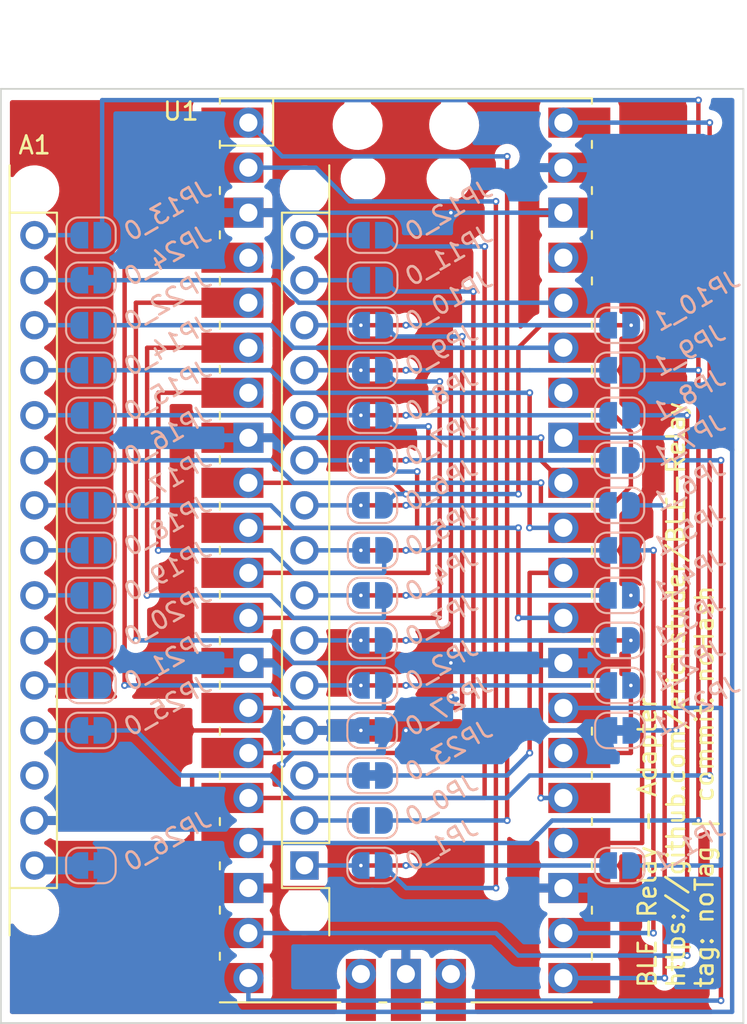
<source format=kicad_pcb>
(kicad_pcb (version 20211014) (generator pcbnew)
  (title_block (title "Adapter") (comment 1 "${PROJECT}") (comment 2 "${PROJECT-URL}") (comment 3 "${GIT-COMMIT-HASH}") (comment 4 "${GIT-COMMIT-TAG}"))
  (layers (0 "F.Cu" signal) (31 "B.Cu" signal) (34 "B.Paste" user) (35 "F.Paste" user) (36 "B.SilkS" user "B.Silkscreen") (37 "F.SilkS" user "F.Silkscreen") (38 "B.Mask" user) (39 "F.Mask" user) (44 "Edge.Cuts" user))
  (property "GIT-COMMIT-HASH" "noHash")
  (property "GIT-COMMIT-TAG" "noTag")
  (property "PROJECT" "BLE-Relay - Adapter")
  (property "PROJECT-URL" "https://github.com/erichstuder/BLE-Relay")
  (net 0 "")
  (net 1 "/GPIO1")
  (net 2 "/GPIO0")
  (net 3 "GND")
  (net 4 "/GPIO2")
  (net 5 "/GPIO3")
  (net 6 "/GPIO4")
  (net 7 "/GPIO5")
  (net 8 "/GPIO6")
  (net 9 "/GPIO7")
  (net 10 "/GPIO8")
  (net 11 "/GPIO9")
  (net 12 "/GPIO10")
  (net 13 "/GPIO11")
  (net 14 "/GPIO12")
  (net 15 "/GPIO13")
  (net 16 "/GPIO26_ADC0")
  (net 17 "/GPIO27_ADC1")
  (net 18 "/GPIO14")
  (net 19 "/GPIO15")
  (net 20 "/GPIO16")
  (net 21 "/GPIO17")
  (net 22 "/GPIO18")
  (net 23 "/GPIO19")
  (net 24 "/GPIO20")
  (net 25 "/GPIO21")
  (net 26 "/GPIO22")
  (net 27 "/RUN")
  (net 28 "/GPIO28_ADC2")
  (net 29 "/ADC_VREF")
  (net 30 "/3V3")
  (net 31 "/VSYS")
  (net 32 "/VBUS")
  (net 33 "/D0{slash}RX")
  (net 34 "/D1{slash}TX")
  (net 35 "/~{RESET}")
  (net 36 "/D2")
  (net 37 "/D3")
  (net 38 "/D4")
  (net 39 "/D5")
  (net 40 "/D6")
  (net 41 "/D7")
  (net 42 "/D8")
  (net 43 "/D9")
  (net 44 "/D10")
  (net 45 "/D11")
  (net 46 "/D12")
  (net 47 "/D13")
  (net 48 "/A0")
  (net 49 "/A1")
  (net 50 "/A2")
  (net 51 "/A3")
  (net 52 "/A4")
  (net 53 "/A5")
  (net 54 "/A6")
  (net 55 "/A7")
  (net 56 "/+5V")
  (net 57 "/VIN")
  (net 58 "/AGND")
  (net 59 "/AREF")
  (net 63 "/3V3_pico")
  (net 64 "/GND_pico")
  (footprint "MCU_RaspberryPi_and_Boards:RPi_Pico_SMD_TH" (layer "F.Cu") (at 153.67 107.315)
    (fp_text reference "U1")
    (fp_text value "Pico")
  )
  (footprint "Module:Arduino_Nano_WithMountingHoles" (layer "F.Cu") (at 147.945 125.095 180)
    (fp_text reference "A1")
    (fp_text value "Arduino_Nano_v3.x" hide)
  )
  (footprint "Jumper:SolderJumper-2_P1.3mm_Open_RoundedPad1.0x1.5mm" (layer "B.Cu") (at 151.78 102.235)
    (fp_text reference "JP7_0")
    (fp_text value "SolderJumper_2_Open" hide)
  )
  (footprint "Jumper:SolderJumper-2_P1.3mm_Open_RoundedPad1.0x1.5mm" (layer "B.Cu") (at 165.72 104.775)
    (fp_text reference "JP6_1")
    (fp_text value "SolderJumper_2_Open" hide)
  )
  (footprint "Jumper:SolderJumper-2_P1.3mm_Open_RoundedPad1.0x1.5mm" (layer "B.Cu") (at 135.905 107.315)
    (fp_text reference "JP18_0")
    (fp_text value "SolderJumper_2_Open" hide)
  )
  (footprint "Jumper:SolderJumper-2_P1.3mm_Open_RoundedPad1.0x1.5mm" (layer "B.Cu") (at 151.795 92.075)
    (fp_text reference "JP11_0")
    (fp_text value "SolderJumper_2_Open" hide)
  )
  (footprint "Jumper:SolderJumper-2_P1.3mm_Bridged_RoundedPad1.0x1.5mm" (layer "B.Cu") (at 165.75 117.475)
    (fp_text reference "JP27_1")
    (fp_text value "SolderJumper_2_Bridged" hide)
  )
  (footprint "Jumper:SolderJumper-2_P1.3mm_Open_RoundedPad1.0x1.5mm" (layer "B.Cu") (at 165.735 97.155)
    (fp_text reference "JP9_1")
    (fp_text value "SolderJumper_2_Open" hide)
  )
  (footprint "Jumper:SolderJumper-2_P1.3mm_Open_RoundedPad1.0x1.5mm" (layer "B.Cu") (at 135.905 104.775)
    (fp_text reference "JP17_0")
    (fp_text value "SolderJumper_2_Open" hide)
  )
  (footprint "Jumper:SolderJumper-2_P1.3mm_Open_RoundedPad1.0x1.5mm" (layer "B.Cu") (at 151.765 112.395)
    (fp_text reference "JP3_0")
    (fp_text value "SolderJumper_2_Open" hide)
  )
  (footprint "Jumper:SolderJumper-2_P1.3mm_Open_RoundedPad1.0x1.5mm" (layer "B.Cu") (at 151.78 114.935)
    (fp_text reference "JP2_0")
    (fp_text value "SolderJumper_2_Open" hide)
  )
  (footprint "Jumper:SolderJumper-2_P1.3mm_Bridged_RoundedPad1.0x1.5mm" (layer "B.Cu") (at 135.89 92.075)
    (fp_text reference "JP24_0")
    (fp_text value "SolderJumper_2_Bridged" hide)
  )
  (footprint "Jumper:SolderJumper-2_P1.3mm_Open_RoundedPad1.0x1.5mm" (layer "B.Cu") (at 165.72 109.855)
    (fp_text reference "JP4_1")
    (fp_text value "SolderJumper_2_Open" hide)
  )
  (footprint "Jumper:SolderJumper-2_P1.3mm_Open_RoundedPad1.0x1.5mm" (layer "B.Cu") (at 151.765 125.095)
    (fp_text reference "JP1_0")
    (fp_text value "SolderJumper_2_Open" hide)
  )
  (footprint "Jumper:SolderJumper-2_P1.3mm_Bridged_RoundedPad1.0x1.5mm" (layer "B.Cu") (at 151.765 117.475)
    (fp_text reference "JP27_0")
    (fp_text value "SolderJumper_2_Bridged" hide)
  )
  (footprint "Jumper:SolderJumper-2_P1.3mm_Open_RoundedPad1.0x1.5mm" (layer "B.Cu") (at 165.735 107.315)
    (fp_text reference "JP5_1")
    (fp_text value "SolderJumper_2_Open" hide)
  )
  (footprint "Jumper:SolderJumper-2_P1.3mm_Open_RoundedPad1.0x1.5mm" (layer "B.Cu") (at 165.72 112.395)
    (fp_text reference "JP3_1")
    (fp_text value "SolderJumper_2_Open" hide)
  )
  (footprint "Jumper:SolderJumper-2_P1.3mm_Open_RoundedPad1.0x1.5mm" (layer "B.Cu") (at 151.78 89.535)
    (fp_text reference "JP12_0")
    (fp_text value "SolderJumper_2_Open" hide)
  )
  (footprint "Jumper:SolderJumper-2_P1.3mm_Open_RoundedPad1.0x1.5mm" (layer "B.Cu") (at 151.78 104.775)
    (fp_text reference "JP6_0")
    (fp_text value "SolderJumper_2_Open" hide)
  )
  (footprint "Jumper:SolderJumper-2_P1.3mm_Open_RoundedPad1.0x1.5mm" (layer "B.Cu") (at 151.795 94.615)
    (fp_text reference "JP10_0")
    (fp_text value "SolderJumper_2_Open" hide)
  )
  (footprint "Jumper:SolderJumper-2_P1.3mm_Open_RoundedPad1.0x1.5mm" (layer "B.Cu") (at 151.78 122.555)
    (fp_text reference "JP0_0")
    (fp_text value "SolderJumper_2_Open" hide)
  )
  (footprint "Jumper:SolderJumper-2_P1.3mm_Bridged_RoundedPad1.0x1.5mm" (layer "B.Cu") (at 135.89 117.475)
    (fp_text reference "JP25_0")
    (fp_text value "SolderJumper_2_Bridged" hide)
  )
  (footprint "Jumper:SolderJumper-2_P1.3mm_Open_RoundedPad1.0x1.5mm" (layer "B.Cu") (at 135.89 97.155)
    (fp_text reference "JP14_0")
    (fp_text value "SolderJumper_2_Open" hide)
  )
  (footprint "Jumper:SolderJumper-2_P1.3mm_Open_RoundedPad1.0x1.5mm" (layer "B.Cu") (at 135.905 99.695)
    (fp_text reference "JP15_0")
    (fp_text value "SolderJumper_2_Open" hide)
  )
  (footprint "Jumper:SolderJumper-2_P1.3mm_Bridged_RoundedPad1.0x1.5mm" (layer "B.Cu") (at 135.89 125.095)
    (fp_text reference "JP26_0")
    (fp_text value "SolderJumper_2_Bridged" hide)
  )
  (footprint "Jumper:SolderJumper-2_P1.3mm_Open_RoundedPad1.0x1.5mm" (layer "B.Cu") (at 151.795 99.695)
    (fp_text reference "JP8_0")
    (fp_text value "SolderJumper_2_Open" hide)
  )
  (footprint "Jumper:SolderJumper-2_P1.3mm_Open_RoundedPad1.0x1.5mm" (layer "B.Cu") (at 165.735 94.615)
    (fp_text reference "JP10_1")
    (fp_text value "SolderJumper_2_Open" hide)
  )
  (footprint "Jumper:SolderJumper-2_P1.3mm_Open_RoundedPad1.0x1.5mm" (layer "B.Cu") (at 151.795 107.315)
    (fp_text reference "JP5_0")
    (fp_text value "SolderJumper_2_Open" hide)
  )
  (footprint "Jumper:SolderJumper-2_P1.3mm_Open_RoundedPad1.0x1.5mm" (layer "B.Cu") (at 135.89 94.615)
    (fp_text reference "JP22_0")
    (fp_text value "SolderJumper_2_Open" hide)
  )
  (footprint "Jumper:SolderJumper-2_P1.3mm_Open_RoundedPad1.0x1.5mm" (layer "B.Cu") (at 135.89 89.535)
    (fp_text reference "JP13_0")
    (fp_text value "SolderJumper_2_Open" hide)
  )
  (footprint "Jumper:SolderJumper-2_P1.3mm_Open_RoundedPad1.0x1.5mm" (layer "B.Cu") (at 165.735 114.935)
    (fp_text reference "JP2_1")
    (fp_text value "SolderJumper_2_Open" hide)
  )
  (footprint "Jumper:SolderJumper-2_P1.3mm_Open_RoundedPad1.0x1.5mm" (layer "B.Cu") (at 135.89 109.855)
    (fp_text reference "JP19_0")
    (fp_text value "SolderJumper_2_Open" hide)
  )
  (footprint "Jumper:SolderJumper-2_P1.3mm_Open_RoundedPad1.0x1.5mm" (layer "B.Cu") (at 165.72 102.235)
    (fp_text reference "JP7_1")
    (fp_text value "SolderJumper_2_Open" hide)
  )
  (footprint "Jumper:SolderJumper-2_P1.3mm_Open_RoundedPad1.0x1.5mm" (layer "B.Cu") (at 135.89 114.935)
    (fp_text reference "JP21_0")
    (fp_text value "SolderJumper_2_Open" hide)
  )
  (footprint "Jumper:SolderJumper-2_P1.3mm_Open_RoundedPad1.0x1.5mm" (layer "B.Cu") (at 135.89 102.235)
    (fp_text reference "JP16_0")
    (fp_text value "SolderJumper_2_Open" hide)
  )
  (footprint "Jumper:SolderJumper-2_P1.3mm_Open_RoundedPad1.0x1.5mm" (layer "B.Cu") (at 165.735 99.695)
    (fp_text reference "JP8_1")
    (fp_text value "SolderJumper_2_Open" hide)
  )
  (footprint "Jumper:SolderJumper-2_P1.3mm_Open_RoundedPad1.0x1.5mm" (layer "B.Cu") (at 151.78 97.155)
    (fp_text reference "JP9_0")
    (fp_text value "SolderJumper_2_Open" hide)
  )
  (footprint "Jumper:SolderJumper-2_P1.3mm_Open_RoundedPad1.0x1.5mm" (layer "B.Cu") (at 135.89 112.395)
    (fp_text reference "JP20_0")
    (fp_text value "SolderJumper_2_Open" hide)
  )
  (footprint "Jumper:SolderJumper-2_P1.3mm_Bridged_RoundedPad1.0x1.5mm" (layer "B.Cu") (at 151.78 120.015)
    (fp_text reference "JP23_0")
    (fp_text value "SolderJumper_2_Bridged" hide)
  )
  (footprint "Jumper:SolderJumper-2_P1.3mm_Open_RoundedPad1.0x1.5mm" (layer "B.Cu") (at 151.78 109.855)
    (fp_text reference "JP4_0")
    (fp_text value "SolderJumper_2_Open" hide)
  )
  (footprint "Jumper:SolderJumper-2_P1.3mm_Open_RoundedPad1.0x1.5mm" (layer "B.Cu") (at 165.735 125.095)
    (fp_text reference "JP1_1")
    (fp_text value "SolderJumper_2_Open" hide)
  )
  (gr_line (start 172.72 133.985) (end 130.81 133.985) (layer "Edge.Cuts") (width 0.1))
  (gr_line (start 172.72 81.28) (end 172.72 133.985) (layer "Edge.Cuts") (width 0.1))
  (gr_line (start 130.81 81.28) (end 172.72 81.28) (layer "Edge.Cuts") (width 0.1))
  (gr_line (start 130.81 133.985) (end 130.81 81.28) (layer "Edge.Cuts") (width 0.1))
  (gr_text "${PROJECT}\n${PROJECT-URL}\ntag: ${GIT-COMMIT-TAG} | commit: ${GIT-COMMIT-HASH}" (at 168.91 132.08 90) (layer "F.SilkS") (effects (font (size 1 1)) (justify left)))
  (segment (start 158.75 87.63) (end 158.75 126.365) (width 0.25) (layer "F.Cu") (net 1))
  (via (at 158.75 126.365) (size 0.4) (drill 0.2) (layers "F.Cu" "B.Cu") (net 1))
  (via (at 158.75 87.63) (size 0.4) (drill 0.2) (layers "F.Cu" "B.Cu") (net 1))
  (segment (start 148.59 85.725) (end 144.78 85.725) (width 0.25) (layer "B.Cu") (net 1))
  (segment (start 158.75 87.63) (end 150.495 87.63) (width 0.25) (layer "B.Cu") (net 1))
  (segment (start 158.75 126.365) (end 153.685 126.365) (width 0.25) (layer "B.Cu") (net 1))
  (segment (start 153.685 126.365) (end 152.415 125.095) (width 0.25) (layer "B.Cu") (net 1))
  (segment (start 150.495 87.63) (end 148.59 85.725) (width 0.25) (layer "B.Cu") (net 1))
  (segment (start 159.385 85.09) (end 159.385 122.555) (width 0.25) (layer "F.Cu") (net 2))
  (via (at 159.385 85.09) (size 0.4) (drill 0.2) (layers "F.Cu" "B.Cu") (net 2))
  (via (at 159.385 122.555) (size 0.4) (drill 0.2) (layers "F.Cu" "B.Cu") (net 2))
  (segment (start 159.385 122.555) (end 152.43 122.555) (width 0.25) (layer "B.Cu") (net 2))
  (segment (start 146.685 85.09) (end 144.78 83.185) (width 0.25) (layer "B.Cu") (net 2))
  (segment (start 159.385 85.09) (end 146.685 85.09) (width 0.25) (layer "B.Cu") (net 2))
  (segment (start 153.67 117.475) (end 151.13 117.475) (width 0.25) (layer "F.Cu") (net 3))
  (segment (start 136.2025 122.555) (end 132.705 122.555) (width 0.25) (layer "F.Cu") (net 3))
  (segment (start 141.2825 117.475) (end 136.2025 122.555) (width 0.25) (layer "F.Cu") (net 3))
  (segment (start 147.945 117.475) (end 141.2825 117.475) (width 0.25) (layer "F.Cu") (net 3))
  (via (at 151.13 117.475) (size 0.4) (drill 0.2) (layers "F.Cu" "B.Cu") (net 3))
  (via (at 153.67 117.475) (size 0.4) (drill 0.2) (layers "F.Cu" "B.Cu") (net 3))
  (segment (start 147.945 117.475) (end 151.13 117.475) (width 0.25) (layer "B.Cu") (net 3))
  (segment (start 160.655 117.475) (end 153.67 117.475) (width 0.25) (layer "B.Cu") (net 3))
  (segment (start 160.655 117.475) (end 165.1 117.475) (width 0.25) (layer "B.Cu") (net 3))
  (segment (start 151.13 117.475) (end 151.115 117.475) (width 0.25) (layer "B.Cu") (net 3))
  (segment (start 137.795 114.935) (end 137.795 90.805) (width 0.25) (layer "F.Cu") (net 4))
  (segment (start 137.795 90.805) (end 144.78 90.805) (width 0.25) (layer "F.Cu") (net 4))
  (via (at 137.795 114.935) (size 0.4) (drill 0.2) (layers "F.Cu" "B.Cu") (net 4))
  (segment (start 137.795 114.935) (end 146.05 114.935) (width 0.25) (layer "B.Cu") (net 4))
  (segment (start 147.32 116.205) (end 152.4 116.205) (width 0.25) (layer "B.Cu") (net 4))
  (segment (start 152.4 116.205) (end 152.43 116.175) (width 0.25) (layer "B.Cu") (net 4))
  (segment (start 152.43 116.175) (end 152.43 114.935) (width 0.25) (layer "B.Cu") (net 4))
  (segment (start 146.05 114.935) (end 147.32 116.205) (width 0.25) (layer "B.Cu") (net 4))
  (segment (start 138.43 112.395) (end 138.43 93.345) (width 0.25) (layer "F.Cu") (net 5))
  (segment (start 138.43 93.345) (end 144.78 93.345) (width 0.25) (layer "F.Cu") (net 5))
  (via (at 138.43 112.395) (size 0.4) (drill 0.2) (layers "F.Cu" "B.Cu") (net 5))
  (segment (start 152.4 113.665) (end 152.415 113.65) (width 0.25) (layer "B.Cu") (net 5))
  (segment (start 138.43 112.395) (end 146.05 112.395) (width 0.25) (layer "B.Cu") (net 5))
  (segment (start 147.32 113.665) (end 152.4 113.665) (width 0.25) (layer "B.Cu") (net 5))
  (segment (start 146.05 112.395) (end 147.32 113.665) (width 0.25) (layer "B.Cu") (net 5))
  (segment (start 152.415 113.65) (end 152.415 112.395) (width 0.25) (layer "B.Cu") (net 5))
  (segment (start 139.065 109.855) (end 139.065 95.885) (width 0.25) (layer "F.Cu") (net 6))
  (segment (start 139.065 95.885) (end 144.78 95.885) (width 0.25) (layer "F.Cu") (net 6))
  (via (at 139.065 109.855) (size 0.4) (drill 0.2) (layers "F.Cu" "B.Cu") (net 6))
  (segment (start 139.065 109.855) (end 146.05 109.855) (width 0.25) (layer "B.Cu") (net 6))
  (segment (start 147.32 111.125) (end 152.4 111.125) (width 0.25) (layer "B.Cu") (net 6))
  (segment (start 152.43 111.095) (end 152.43 109.855) (width 0.25) (layer "B.Cu") (net 6))
  (segment (start 146.05 109.855) (end 147.32 111.125) (width 0.25) (layer "B.Cu") (net 6))
  (segment (start 152.4 111.125) (end 152.43 111.095) (width 0.25) (layer "B.Cu") (net 6))
  (segment (start 139.7 107.315) (end 139.7 98.425) (width 0.25) (layer "F.Cu") (net 7))
  (segment (start 139.7 98.425) (end 144.78 98.425) (width 0.25) (layer "F.Cu") (net 7))
  (via (at 139.7 107.315) (size 0.4) (drill 0.2) (layers "F.Cu" "B.Cu") (net 7))
  (segment (start 147.32 108.585) (end 152.4 108.585) (width 0.25) (layer "B.Cu") (net 7))
  (segment (start 152.445 108.54) (end 152.445 107.315) (width 0.25) (layer "B.Cu") (net 7))
  (segment (start 152.4 108.585) (end 152.445 108.54) (width 0.25) (layer "B.Cu") (net 7))
  (segment (start 146.05 107.315) (end 147.32 108.585) (width 0.25) (layer "B.Cu") (net 7))
  (segment (start 139.7 107.315) (end 146.05 107.315) (width 0.25) (layer "B.Cu") (net 7))
  (segment (start 161.29 94.615) (end 166.385 94.615) (width 0.25) (layer "F.Cu") (net 8))
  (segment (start 153.035 103.505) (end 153.67 104.14) (width 0.25) (layer "F.Cu") (net 8))
  (segment (start 160.02 104.14) (end 160.02 95.885) (width 0.25) (layer "F.Cu") (net 8))
  (segment (start 144.78 103.505) (end 153.035 103.505) (width 0.25) (layer "F.Cu") (net 8))
  (segment (start 160.02 95.885) (end 161.29 94.615) (width 0.25) (layer "F.Cu") (net 8))
  (via (at 160.02 104.14) (size 0.4) (drill 0.2) (layers "F.Cu" "B.Cu") (net 8))
  (via (at 166.385 94.615) (size 0.4) (drill 0.2) (layers "F.Cu" "B.Cu") (net 8))
  (via (at 153.67 104.14) (size 0.4) (drill 0.2) (layers "F.Cu" "B.Cu") (net 8))
  (segment (start 153.065 104.14) (end 152.43 104.775) (width 0.25) (layer "B.Cu") (net 8))
  (segment (start 153.67 104.14) (end 160.02 104.14) (width 0.25) (layer "B.Cu") (net 8))
  (segment (start 153.67 104.14) (end 153.065 104.14) (width 0.25) (layer "B.Cu") (net 8))
  (segment (start 154.305 102.87) (end 154.305 106.045) (width 0.25) (layer "F.Cu") (net 9))
  (segment (start 154.305 106.045) (end 144.78 106.045) (width 0.25) (layer "F.Cu") (net 9))
  (via (at 154.305 102.87) (size 0.4) (drill 0.2) (layers "F.Cu" "B.Cu") (net 9))
  (segment (start 154.305 102.87) (end 153.065 102.87) (width 0.25) (layer "B.Cu") (net 9))
  (segment (start 153.065 102.87) (end 152.43 102.235) (width 0.25) (layer "B.Cu") (net 9))
  (segment (start 154.94 100.33) (end 154.94 108.585) (width 0.25) (layer "F.Cu") (net 10))
  (segment (start 154.94 108.585) (end 144.78 108.585) (width 0.25) (layer "F.Cu") (net 10))
  (via (at 154.94 100.33) (size 0.4) (drill 0.2) (layers "F.Cu" "B.Cu") (net 10))
  (segment (start 154.94 100.33) (end 153.08 100.33) (width 0.25) (layer "B.Cu") (net 10))
  (segment (start 153.08 100.33) (end 152.445 99.695) (width 0.25) (layer "B.Cu") (net 10))
  (segment (start 155.575 111.125) (end 144.78 111.125) (width 0.25) (layer "F.Cu") (net 11))
  (segment (start 155.575 97.79) (end 155.575 111.125) (width 0.25) (layer "F.Cu") (net 11))
  (via (at 155.575 97.79) (size 0.4) (drill 0.2) (layers "F.Cu" "B.Cu") (net 11))
  (segment (start 155.575 97.79) (end 153.065 97.79) (width 0.25) (layer "B.Cu") (net 11))
  (segment (start 153.065 97.79) (end 152.43 97.155) (width 0.25) (layer "B.Cu") (net 11))
  (segment (start 156.845 116.205) (end 144.78 116.205) (width 0.25) (layer "F.Cu") (net 12))
  (segment (start 156.845 95.25) (end 156.845 116.205) (width 0.25) (layer "F.Cu") (net 12))
  (via (at 156.845 95.25) (size 0.4) (drill 0.2) (layers "F.Cu" "B.Cu") (net 12))
  (segment (start 153.08 95.25) (end 152.445 94.615) (width 0.25) (layer "B.Cu") (net 12))
  (segment (start 156.845 95.25) (end 153.08 95.25) (width 0.25) (layer "B.Cu") (net 12))
  (segment (start 157.48 118.745) (end 144.78 118.745) (width 0.25) (layer "F.Cu") (net 13))
  (segment (start 157.48 92.71) (end 157.48 118.745) (width 0.25) (layer "F.Cu") (net 13))
  (via (at 157.48 92.71) (size 0.4) (drill 0.2) (layers "F.Cu" "B.Cu") (net 13))
  (segment (start 157.48 92.71) (end 153.08 92.71) (width 0.25) (layer "B.Cu") (net 13))
  (segment (start 153.08 92.71) (end 152.445 92.075) (width 0.25) (layer "B.Cu") (net 13))
  (segment (start 158.115 90.17) (end 158.115 121.285) (width 0.25) (layer "F.Cu") (net 14))
  (segment (start 158.115 121.285) (end 144.78 121.285) (width 0.25) (layer "F.Cu") (net 14))
  (via (at 158.115 90.17) (size 0.4) (drill 0.2) (layers "F.Cu" "B.Cu") (net 14))
  (segment (start 158.115 90.17) (end 153.065 90.17) (width 0.25) (layer "B.Cu") (net 14))
  (segment (start 153.065 90.17) (end 152.43 89.535) (width 0.25) (layer "B.Cu") (net 14))
  (segment (start 170.18 97.155) (end 170.18 81.915) (width 0.25) (layer "F.Cu") (net 15))
  (segment (start 170.18 122.555) (end 170.18 97.155) (width 0.25) (layer "F.Cu") (net 15))
  (via (at 170.18 81.915) (size 0.4) (drill 0.2) (layers "F.Cu" "B.Cu") (net 15))
  (via (at 170.18 122.555) (size 0.4) (drill 0.2) (layers "F.Cu" "B.Cu") (net 15))
  (via (at 170.18 97.155) (size 0.4) (drill 0.2) (layers "F.Cu" "B.Cu") (net 15))
  (segment (start 170.18 97.155) (end 166.385 97.155) (width 0.25) (layer "B.Cu") (net 15))
  (segment (start 170.18 122.555) (end 161.925 122.555) (width 0.25) (layer "B.Cu") (net 15))
  (segment (start 136.525 89.52) (end 136.54 89.535) (width 0.25) (layer "B.Cu") (net 15))
  (segment (start 170.18 81.915) (end 136.525 81.915) (width 0.25) (layer "B.Cu") (net 15))
  (segment (start 160.655 123.825) (end 144.78 123.825) (width 0.25) (layer "B.Cu") (net 15))
  (segment (start 161.925 122.555) (end 160.655 123.825) (width 0.25) (layer "B.Cu") (net 15))
  (segment (start 136.525 81.915) (end 136.525 89.52) (width 0.25) (layer "B.Cu") (net 15))
  (segment (start 160.655 98.425) (end 160.655 106.045) (width 0.25) (layer "F.Cu") (net 16))
  (via (at 160.655 98.425) (size 0.4) (drill 0.2) (layers "F.Cu" "B.Cu") (net 16))
  (via (at 160.655 106.045) (size 0.4) (drill 0.2) (layers "F.Cu" "B.Cu") (net 16))
  (segment (start 147.32 98.425) (end 146.05 97.155) (width 0.25) (layer "B.Cu") (net 16))
  (segment (start 160.655 98.425) (end 147.32 98.425) (width 0.25) (layer "B.Cu") (net 16))
  (segment (start 146.05 97.155) (end 136.54 97.155) (width 0.25) (layer "B.Cu") (net 16))
  (segment (start 160.655 106.045) (end 162.56 106.045) (width 0.25) (layer "B.Cu") (net 16))
  (segment (start 162.56 103.505) (end 161.29 102.235) (width 0.25) (layer "F.Cu") (net 17))
  (segment (start 161.29 100.965) (end 161.29 102.235) (width 0.25) (layer "F.Cu") (net 17))
  (via (at 161.29 100.965) (size 0.4) (drill 0.2) (layers "F.Cu" "B.Cu") (net 17))
  (segment (start 161.29 100.965) (end 147.32 100.965) (width 0.25) (layer "B.Cu") (net 17))
  (segment (start 147.32 100.965) (end 146.05 99.695) (width 0.25) (layer "B.Cu") (net 17))
  (segment (start 146.05 99.695) (end 136.555 99.695) (width 0.25) (layer "B.Cu") (net 17))
  (segment (start 169.545 130.175) (end 169.545 99.695) (width 0.25) (layer "F.Cu") (net 18))
  (via (at 169.545 130.175) (size 0.4) (drill 0.2) (layers "F.Cu" "B.Cu") (net 18))
  (via (at 169.545 99.695) (size 0.4) (drill 0.2) (layers "F.Cu" "B.Cu") (net 18))
  (segment (start 169.545 99.695) (end 166.385 99.695) (width 0.25) (layer "B.Cu") (net 18))
  (segment (start 158.75 128.905) (end 144.78 128.905) (width 0.25) (layer "B.Cu") (net 18))
  (segment (start 160.02 130.175) (end 158.75 128.905) (width 0.25) (layer "B.Cu") (net 18))
  (segment (start 169.545 130.175) (end 160.02 130.175) (width 0.25) (layer "B.Cu") (net 18))
  (segment (start 171.45 102.235) (end 171.45 132.715) (width 0.25) (layer "F.Cu") (net 19))
  (via (at 171.45 132.715) (size 0.4) (drill 0.2) (layers "F.Cu" "B.Cu") (net 19))
  (via (at 171.45 102.235) (size 0.4) (drill 0.2) (layers "F.Cu" "B.Cu") (net 19))
  (segment (start 171.45 102.235) (end 166.37 102.235) (width 0.25) (layer "B.Cu") (net 19))
  (segment (start 144.78 132.715) (end 144.78 131.445) (width 0.25) (layer "B.Cu") (net 19))
  (segment (start 171.45 132.715) (end 144.78 132.715) (width 0.25) (layer "B.Cu") (net 19))
  (segment (start 168.275 104.775) (end 168.275 131.445) (width 0.25) (layer "F.Cu") (net 20))
  (via (at 168.275 104.775) (size 0.4) (drill 0.2) (layers "F.Cu" "B.Cu") (net 20))
  (via (at 168.275 131.445) (size 0.4) (drill 0.2) (layers "F.Cu" "B.Cu") (net 20))
  (segment (start 168.275 131.445) (end 162.56 131.445) (width 0.25) (layer "B.Cu") (net 20))
  (segment (start 166.37 104.775) (end 168.275 104.775) (width 0.25) (layer "B.Cu") (net 20))
  (segment (start 167.64 107.315) (end 167.64 128.905) (width 0.25) (layer "F.Cu") (net 21))
  (via (at 167.64 107.315) (size 0.4) (drill 0.2) (layers "F.Cu" "B.Cu") (net 21))
  (via (at 167.64 128.905) (size 0.4) (drill 0.2) (layers "F.Cu" "B.Cu") (net 21))
  (segment (start 167.64 128.905) (end 162.56 128.905) (width 0.25) (layer "B.Cu") (net 21))
  (segment (start 166.385 107.315) (end 167.64 107.315) (width 0.25) (layer "B.Cu") (net 21))
  (segment (start 162.56 123.825) (end 167.005 123.825) (width 0.25) (layer "F.Cu") (net 22))
  (segment (start 167.005 110.49) (end 166.37 109.855) (width 0.25) (layer "F.Cu") (net 22))
  (segment (start 167.005 123.825) (end 167.005 110.49) (width 0.25) (layer "F.Cu") (net 22))
  (via (at 166.37 109.855) (size 0.4) (drill 0.2) (layers "F.Cu" "B.Cu") (net 22))
  (segment (start 161.29 121.285) (end 161.29 112.395) (width 0.25) (layer "F.Cu") (net 23))
  (segment (start 161.29 112.395) (end 166.37 112.395) (width 0.25) (layer "F.Cu") (net 23))
  (via (at 161.29 121.285) (size 0.4) (drill 0.2) (layers "F.Cu" "B.Cu") (net 23))
  (via (at 166.37 112.395) (size 0.4) (drill 0.2) (layers "F.Cu" "B.Cu") (net 23))
  (segment (start 162.56 121.285) (end 161.29 121.285) (width 0.25) (layer "B.Cu") (net 23))
  (segment (start 166.37 114.935) (end 166.37 118.745) (width 0.25) (layer "F.Cu") (net 24))
  (segment (start 166.37 118.745) (end 162.56 118.745) (width 0.25) (layer "F.Cu") (net 24))
  (via (at 166.37 114.935) (size 0.4) (drill 0.2) (layers "F.Cu" "B.Cu") (net 24))
  (segment (start 166.385 125.095) (end 171.45 125.095) (width 0.25) (layer "B.Cu") (net 25))
  (segment (start 171.45 116.205) (end 162.56 116.205) (width 0.25) (layer "B.Cu") (net 25))
  (segment (start 171.45 125.095) (end 171.45 116.205) (width 0.25) (layer "B.Cu") (net 25))
  (segment (start 160.02 111.125) (end 160.02 106.045) (width 0.25) (layer "F.Cu") (net 26))
  (via (at 160.02 106.045) (size 0.4) (drill 0.2) (layers "F.Cu" "B.Cu") (net 26))
  (via (at 160.02 111.125) (size 0.4) (drill 0.2) (layers "F.Cu" "B.Cu") (net 26))
  (segment (start 160.02 106.045) (end 147.32 106.045) (width 0.25) (layer "B.Cu") (net 26))
  (segment (start 160.02 111.125) (end 162.56 111.125) (width 0.25) (layer "B.Cu") (net 26))
  (segment (start 147.32 106.045) (end 146.05 104.775) (width 0.25) (layer "B.Cu") (net 26))
  (segment (start 146.05 104.775) (end 136.555 104.775) (width 0.25) (layer "B.Cu") (net 26))
  (segment (start 160.655 118.745) (end 160.655 108.585) (width 0.25) (layer "F.Cu") (net 27))
  (segment (start 160.655 108.585) (end 162.56 108.585) (width 0.25) (layer "F.Cu") (net 27))
  (via (at 160.655 118.745) (size 0.4) (drill 0.2) (layers "F.Cu" "B.Cu") (net 27))
  (segment (start 152.43 120.015) (end 159.385 120.015) (width 0.25) (layer "B.Cu") (net 27))
  (segment (start 159.385 120.015) (end 160.655 118.745) (width 0.25) (layer "B.Cu") (net 27))
  (segment (start 161.29 104.775) (end 165.294 104.775) (width 0.25) (layer "F.Cu") (net 28))
  (segment (start 161.29 103.505) (end 161.29 104.775) (width 0.25) (layer "F.Cu") (net 28))
  (segment (start 166.37 103.699) (end 166.37 100.625) (width 0.25) (layer "F.Cu") (net 28))
  (segment (start 164.17 98.425) (end 162.56 98.425) (width 0.25) (layer "F.Cu") (net 28))
  (segment (start 166.37 100.625) (end 164.17 98.425) (width 0.25) (layer "F.Cu") (net 28))
  (segment (start 165.294 104.775) (end 166.37 103.699) (width 0.25) (layer "F.Cu") (net 28))
  (via (at 161.29 103.505) (size 0.4) (drill 0.2) (layers "F.Cu" "B.Cu") (net 28))
  (segment (start 147.32 103.505) (end 149.225 103.505) (width 0.25) (layer "B.Cu") (net 28))
  (segment (start 149.225 103.505) (end 161.29 103.505) (width 0.25) (layer "B.Cu") (net 28))
  (segment (start 136.54 102.235) (end 146.05 102.235) (width 0.25) (layer "B.Cu") (net 28))
  (segment (start 146.05 102.235) (end 147.32 103.505) (width 0.25) (layer "B.Cu") (net 28))
  (segment (start 146.057786 94.615) (end 146.057841 94.614945) (width 0.25) (layer "B.Cu") (net 29))
  (segment (start 146.057841 94.614945) (end 147.327896 95.885) (width 0.25) (layer "B.Cu") (net 29))
  (segment (start 136.54 94.615) (end 146.057786 94.615) (width 0.25) (layer "B.Cu") (net 29))
  (segment (start 147.327896 95.885) (end 162.56 95.885) (width 0.25) (layer "B.Cu") (net 29))
  (segment (start 132.705 92.075) (end 135.24 92.075) (width 0.25) (layer "B.Cu") (net 30))
  (segment (start 172.085 133.35) (end 172.085 101.6) (width 0.25) (layer "B.Cu") (net 31))
  (segment (start 144.145 133.35) (end 172.085 133.35) (width 0.25) (layer "B.Cu") (net 31))
  (segment (start 170.815 120.015) (end 170.815 83.185) (width 0.25) (layer "F.Cu") (net 32))
  (via (at 170.815 83.185) (size 0.4) (drill 0.2) (layers "F.Cu" "B.Cu") (net 32))
  (via (at 170.815 120.015) (size 0.4) (drill 0.2) (layers "F.Cu" "B.Cu") (net 32))
  (segment (start 140.97 120.015) (end 138.43 117.475) (width 0.25) (layer "B.Cu") (net 32))
  (segment (start 162.56 83.185) (end 170.815 83.185) (width 0.25) (layer "B.Cu") (net 32))
  (segment (start 146.05 120.015) (end 140.97 120.015) (width 0.25) (layer "B.Cu") (net 32))
  (segment (start 159.385 121.285) (end 147.32 121.285) (width 0.25) (layer "B.Cu") (net 32))
  (segment (start 170.815 120.015) (end 160.655 120.015) (width 0.25) (layer "B.Cu") (net 32))
  (segment (start 147.32 121.285) (end 146.05 120.015) (width 0.25) (layer "B.Cu") (net 32))
  (segment (start 160.655 120.015) (end 159.385 121.285) (width 0.25) (layer "B.Cu") (net 32))
  (segment (start 138.43 117.475) (end 136.54 117.475) (width 0.25) (layer "B.Cu") (net 32))
  (segment (start 147.945 122.555) (end 151.13 122.555) (width 0.25) (layer "B.Cu") (net 33))
  (segment (start 153.67 125.095) (end 151.13 125.095) (width 0.25) (layer "F.Cu") (net 34))
  (via (at 151.13 125.095) (size 0.4) (drill 0.2) (layers "F.Cu" "B.Cu") (net 34))
  (via (at 153.67 125.095) (size 0.4) (drill 0.2) (layers "F.Cu" "B.Cu") (net 34))
  (segment (start 160.655 125.095) (end 165.085 125.095) (width 0.25) (layer "B.Cu") (net 34))
  (segment (start 160.655 125.095) (end 153.67 125.095) (width 0.25) (layer "B.Cu") (net 34))
  (segment (start 151.13 125.095) (end 151.115 125.095) (width 0.25) (layer "B.Cu") (net 34))
  (segment (start 147.945 125.095) (end 151.13 125.095) (width 0.25) (layer "B.Cu") (net 34))
  (segment (start 147.945 120.015) (end 151.13 120.015) (width 0.25) (layer "B.Cu") (net 35))
  (segment (start 153.67 114.935) (end 151.13 114.935) (width 0.25) (layer "F.Cu") (net 36))
  (via (at 151.13 114.935) (size 0.4) (drill 0.2) (layers "F.Cu" "B.Cu") (net 36))
  (via (at 153.67 114.935) (size 0.4) (drill 0.2) (layers "F.Cu" "B.Cu") (net 36))
  (segment (start 160.655 114.935) (end 165.085 114.935) (width 0.25) (layer "B.Cu") (net 36))
  (segment (start 160.655 114.935) (end 153.67 114.935) (width 0.25) (layer "B.Cu") (net 36))
  (segment (start 147.945 114.935) (end 151.13 114.935) (width 0.25) (layer "B.Cu") (net 36))
  (segment (start 153.67 112.395) (end 151.13 112.395) (width 0.25) (layer "F.Cu") (net 37))
  (via (at 151.13 112.395) (size 0.4) (drill 0.2) (layers "F.Cu" "B.Cu") (net 37))
  (via (at 153.67 112.395) (size 0.4) (drill 0.2) (layers "F.Cu" "B.Cu") (net 37))
  (segment (start 160.655 112.395) (end 153.67 112.395) (width 0.25) (layer "B.Cu") (net 37))
  (segment (start 160.655 112.395) (end 165.07 112.395) (width 0.25) (layer "B.Cu") (net 37))
  (segment (start 147.945 112.395) (end 151.115 112.395) (width 0.25) (layer "B.Cu") (net 37))
  (segment (start 153.67 109.855) (end 151.13 109.855) (width 0.25) (layer "F.Cu") (net 38))
  (via (at 151.13 109.855) (size 0.4) (drill 0.2) (layers "F.Cu" "B.Cu") (net 38))
  (via (at 153.67 109.855) (size 0.4) (drill 0.2) (layers "F.Cu" "B.Cu") (net 38))
  (segment (start 147.945 109.855) (end 151.13 109.855) (width 0.25) (layer "B.Cu") (net 38))
  (segment (start 160.655 109.855) (end 153.67 109.855) (width 0.25) (layer "B.Cu") (net 38))
  (segment (start 160.655 109.855) (end 165.07 109.855) (width 0.25) (layer "B.Cu") (net 38))
  (segment (start 153.67 107.315) (end 151.13 107.315) (width 0.25) (layer "F.Cu") (net 39))
  (via (at 153.67 107.315) (size 0.4) (drill 0.2) (layers "F.Cu" "B.Cu") (net 39))
  (via (at 151.13 107.315) (size 0.4) (drill 0.2) (layers "F.Cu" "B.Cu") (net 39))
  (segment (start 147.945 107.315) (end 151.145 107.315) (width 0.25) (layer "B.Cu") (net 39))
  (segment (start 165.085 107.315) (end 153.67 107.315) (width 0.25) (layer "B.Cu") (net 39))
  (segment (start 153.67 104.775) (end 151.13 104.775) (width 0.25) (layer "F.Cu") (net 40))
  (via (at 153.67 104.775) (size 0.4) (drill 0.2) (layers "F.Cu" "B.Cu") (net 40))
  (via (at 151.13 104.775) (size 0.4) (drill 0.2) (layers "F.Cu" "B.Cu") (net 40))
  (segment (start 165.07 104.775) (end 153.67 104.775) (width 0.25) (layer "B.Cu") (net 40))
  (segment (start 147.945 104.775) (end 151.13 104.775) (width 0.25) (layer "B.Cu") (net 40))
  (segment (start 153.67 102.235) (end 151.13 102.235) (width 0.25) (layer "F.Cu") (net 41))
  (via (at 153.67 102.235) (size 0.4) (drill 0.2) (layers "F.Cu" "B.Cu") (net 41))
  (via (at 151.13 102.235) (size 0.4) (drill 0.2) (layers "F.Cu" "B.Cu") (net 41))
  (segment (start 147.945 102.235) (end 151.13 102.235) (width 0.25) (layer "B.Cu") (net 41))
  (segment (start 165.07 102.235) (end 153.67 102.235) (width 0.25) (layer "B.Cu") (net 41))
  (segment (start 153.67 99.695) (end 151.13 99.695) (width 0.25) (layer "F.Cu") (net 42))
  (via (at 151.13 99.695) (size 0.4) (drill 0.2) (layers "F.Cu" "B.Cu") (net 42))
  (via (at 153.67 99.695) (size 0.4) (drill 0.2) (layers "F.Cu" "B.Cu") (net 42))
  (segment (start 153.67 99.695) (end 165.085 99.695) (width 0.25) (layer "B.Cu") (net 42))
  (segment (start 147.945 99.695) (end 151.13 99.695) (width 0.25) (layer "B.Cu") (net 42))
  (segment (start 151.13 99.695) (end 151.145 99.695) (width 0.25) (layer "B.Cu") (net 42))
  (segment (start 153.67 97.155) (end 151.13 97.155) (width 0.25) (layer "F.Cu") (net 43))
  (via (at 151.13 97.155) (size 0.4) (drill 0.2) (layers "F.Cu" "B.Cu") (net 43))
  (via (at 153.67 97.155) (size 0.4) (drill 0.2) (layers "F.Cu" "B.Cu") (net 43))
  (segment (start 160.655 97.155) (end 153.67 97.155) (width 0.25) (layer "B.Cu") (net 43))
  (segment (start 147.945 97.155) (end 151.13 97.155) (width 0.25) (layer "B.Cu") (net 43))
  (segment (start 160.655 97.155) (end 165.085 97.155) (width 0.25) (layer "B.Cu") (net 43))
  (segment (start 153.67 94.615) (end 151.13 94.615) (width 0.25) (layer "F.Cu") (net 44))
  (via (at 153.67 94.615) (size 0.4) (drill 0.2) (layers "F.Cu" "B.Cu") (net 44))
  (via (at 151.13 94.615) (size 0.4) (drill 0.2) (layers "F.Cu" "B.Cu") (net 44))
  (segment (start 147.945 94.615) (end 151.145 94.615) (width 0.25) (layer "B.Cu") (net 44))
  (segment (start 165.085 94.615) (end 153.67 94.615) (width 0.25) (layer "B.Cu") (net 44))
  (segment (start 147.945 92.075) (end 151.145 92.075) (width 0.25) (layer "B.Cu") (net 45))
  (segment (start 147.945 89.535) (end 151.13 89.535) (width 0.25) (layer "B.Cu") (net 46))
  (segment (start 132.705 89.535) (end 135.24 89.535) (width 0.25) (layer "B.Cu") (net 47))
  (segment (start 132.705 97.155) (end 135.24 97.155) (width 0.25) (layer "B.Cu") (net 48))
  (segment (start 132.705 99.695) (end 135.255 99.695) (width 0.25) (layer "B.Cu") (net 49))
  (segment (start 132.705 102.235) (end 135.24 102.235) (width 0.25) (layer "B.Cu") (net 50))
  (segment (start 132.705 104.775) (end 135.255 104.775) (width 0.25) (layer "B.Cu") (net 51))
  (segment (start 132.705 107.315) (end 135.255 107.315) (width 0.25) (layer "B.Cu") (net 52))
  (segment (start 132.705 109.855) (end 135.24 109.855) (width 0.25) (layer "B.Cu") (net 53))
  (segment (start 132.705 112.395) (end 135.24 112.395) (width 0.25) (layer "B.Cu") (net 54))
  (segment (start 132.705 114.935) (end 135.24 114.935) (width 0.25) (layer "B.Cu") (net 55))
  (segment (start 132.705 117.475) (end 135.24 117.475) (width 0.25) (layer "B.Cu") (net 56))
  (segment (start 132.705 125.095) (end 135.24 125.095) (width 1) (layer "B.Cu") (net 57))
  (segment (start 168.91 117.475) (end 168.91 100.965) (width 0.25) (layer "F.Cu") (net 58))
  (via (at 168.91 117.475) (size 0.4) (drill 0.2) (layers "F.Cu" "B.Cu") (net 58))
  (via (at 168.91 100.965) (size 0.4) (drill 0.2) (layers "F.Cu" "B.Cu") (net 58))
  (segment (start 162.56 100.965) (end 168.91 100.965) (width 0.25) (layer "B.Cu") (net 58))
  (segment (start 168.91 117.475) (end 166.4 117.475) (width 0.25) (layer "B.Cu") (net 58))
  (segment (start 132.705 94.615) (end 135.24 94.615) (width 0.25) (layer "B.Cu") (net 59))
  (segment (start 136.54 92.075) (end 146.354009 92.075) (width 0.25) (layer "B.Cu") (net 63))
  (segment (start 146.354009 92.075) (end 147.624009 93.345) (width 0.25) (layer "B.Cu") (net 63))
  (segment (start 147.624009 93.345) (end 162.56 93.345) (width 0.25) (layer "B.Cu") (net 63))
  (segment (start 141.605 120.015) (end 141.605 126.365) (width 0.25) (layer "F.Cu") (net 64))
  (segment (start 156.21 113.665) (end 156.21 115.57) (width 0.25) (layer "F.Cu") (net 64))
  (segment (start 151.13 126.365) (end 153.67 128.905) (width 0.25) (layer "F.Cu") (net 64))
  (segment (start 141.605 113.665) (end 144.78 113.665) (width 0.25) (layer "F.Cu") (net 64))
  (segment (start 146.05 120.015) (end 141.605 120.015) (width 0.25) (layer "F.Cu") (net 64))
  (segment (start 160.655 126.365) (end 158.115 128.905) (width 0.25) (layer "F.Cu") (net 64))
  (segment (start 146.685 119.38) (end 146.05 120.015) (width 0.25) (layer "F.Cu") (net 64))
  (segment (start 144.78 100.965) (end 141.605 100.965) (width 0.25) (layer "F.Cu") (net 64))
  (segment (start 153.67 128.905) (end 153.67 131.215) (width 0.25) (layer "F.Cu") (net 64))
  (segment (start 141.605 100.965) (end 141.605 113.665) (width 0.25) (layer "F.Cu") (net 64))
  (segment (start 144.78 126.365) (end 151.13 126.365) (width 0.25) (layer "F.Cu") (net 64))
  (segment (start 144.78 113.665) (end 156.21 113.665) (width 0.25) (layer "F.Cu") (net 64))
  (segment (start 158.115 128.905) (end 153.67 128.905) (width 0.25) (layer "F.Cu") (net 64))
  (segment (start 141.605 126.365) (end 144.78 126.365) (width 0.25) (layer "F.Cu") (net 64))
  (segment (start 162.56 126.365) (end 160.655 126.365) (width 0.25) (layer "F.Cu") (net 64))
  (segment (start 156.21 88.265) (end 156.21 113.665) (width 0.25) (layer "F.Cu") (net 64))
  (via (at 156.21 113.665) (size 0.4) (drill 0.2) (layers "F.Cu" "B.Cu") (net 64))
  (via (at 146.685 119.38) (size 0.4) (drill 0.2) (layers "F.Cu" "B.Cu") (net 64))
  (via (at 156.21 88.265) (size 0.4) (drill 0.2) (layers "F.Cu" "B.Cu") (net 64))
  (via (at 156.21 115.57) (size 0.4) (drill 0.2) (layers "F.Cu" "B.Cu") (net 64))
  (segment (start 152.4 118.745) (end 152.415 118.73) (width 0.25) (layer "B.Cu") (net 64))
  (segment (start 146.685 119.38) (end 147.32 118.745) (width 0.25) (layer "B.Cu") (net 64))
  (segment (start 152.415 118.73) (end 152.415 117.475) (width 0.25) (layer "B.Cu") (net 64))
  (segment (start 156.21 116.84) (end 153.05 116.84) (width 0.25) (layer "B.Cu") (net 64))
  (segment (start 144.78 88.265) (end 156.21 88.265) (width 0.25) (layer "B.Cu") (net 64))
  (segment (start 147.32 118.745) (end 152.4 118.745) (width 0.25) (layer "B.Cu") (net 64))
  (segment (start 156.21 113.665) (end 162.56 113.665) (width 0.25) (layer "B.Cu") (net 64))
  (segment (start 153.05 116.84) (end 152.415 117.475) (width 0.25) (layer "B.Cu") (net 64))
  (segment (start 156.21 88.265) (end 162.56 88.265) (width 0.25) (layer "B.Cu") (net 64))
  (segment (start 156.21 115.57) (end 156.21 116.84) (width 0.25) (layer "B.Cu") (net 64))
  (zone (net 64) (net_name "/GND_pico") (layers F&B.Cu) (priority 1) (connect_pads (clearance 0.508)) (min_thickness 0.254) (fill yes (thermal_gap 0.508) (thermal_bridge_width 0.508))
    (polygon (pts (xy 172.72 133.985) (xy 130.81 133.985) (xy 130.81 81.915) (xy 172.72 81.915)))
  )
  (zone (net 3) (net_name "GND") (layers F&B.Cu) (priority 20) (connect_pads (clearance 0.508)) (min_thickness 0.254) (fill yes (thermal_gap 0.508) (thermal_bridge_width 0.508))
    (polygon (pts (xy 165.735 123.19) (xy 130.81 123.19) (xy 130.81 116.205) (xy 165.75 116.205)))
  )
  (zone (net 31) (net_name "/VSYS") (layer "B.Cu") (priority 10) (connect_pads (clearance 0.508)) (min_thickness 0.254) (fill yes (thermal_gap 0.508) (thermal_bridge_width 0.508))
    (polygon (pts (xy 146.685 133.985) (xy 130.81 133.985) (xy 130.81 123.19) (xy 146.685 123.19)))
  )
  (zone (net 31) (net_name "/VSYS") (layer "B.Cu") (priority 10) (connect_pads (clearance 0.508)) (min_thickness 0.254) (fill yes (thermal_gap 0.508) (thermal_bridge_width 0.508))
    (polygon (pts (xy 172.72 102.87) (xy 156.845 102.87) (xy 156.845 81.28) (xy 172.72 81.28)))
  )
)
</source>
